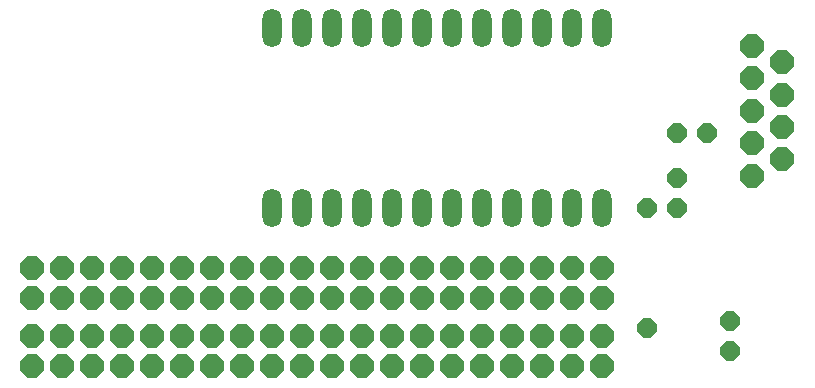
<source format=gbr>
G75*
G70*
%OFA0B0*%
%FSLAX24Y24*%
%IPPOS*%
%LPD*%
%AMOC8*
5,1,8,0,0,1.08239X$1,22.5*
%
%ADD10OC8,0.0640*%
%ADD11OC8,0.0800*%
%ADD12O,0.0640X0.1280*%
D10*
X030901Y005338D03*
X033651Y005588D03*
X033651Y004588D03*
X031901Y009338D03*
X030901Y009338D03*
X031901Y010338D03*
X031901Y011838D03*
X032901Y011838D03*
D11*
X010401Y004088D03*
X011401Y004088D03*
X012401Y004088D03*
X013401Y004088D03*
X014401Y004088D03*
X015401Y004088D03*
X016401Y004088D03*
X017401Y004088D03*
X018401Y004088D03*
X019401Y004088D03*
X020401Y004088D03*
X021401Y004088D03*
X022401Y004088D03*
X023401Y004088D03*
X024401Y004088D03*
X025401Y004088D03*
X026401Y004088D03*
X027401Y004088D03*
X028401Y004088D03*
X029401Y004088D03*
X029401Y005088D03*
X028401Y005088D03*
X027401Y005088D03*
X026401Y005088D03*
X025401Y005088D03*
X024401Y005088D03*
X023401Y005088D03*
X022401Y005088D03*
X021401Y005088D03*
X020401Y005088D03*
X019401Y005088D03*
X018401Y005088D03*
X017401Y005088D03*
X016401Y005088D03*
X015401Y005088D03*
X014401Y005088D03*
X013401Y005088D03*
X012401Y005088D03*
X011401Y005088D03*
X010401Y005088D03*
X010401Y006338D03*
X011401Y006338D03*
X012401Y006338D03*
X013401Y006338D03*
X014401Y006338D03*
X015401Y006338D03*
X016401Y006338D03*
X017401Y006338D03*
X018401Y006338D03*
X019401Y006338D03*
X020401Y006338D03*
X021401Y006338D03*
X022401Y006338D03*
X023401Y006338D03*
X024401Y006338D03*
X025401Y006338D03*
X026401Y006338D03*
X027401Y006338D03*
X028401Y006338D03*
X029401Y006338D03*
X029401Y007338D03*
X028401Y007338D03*
X027401Y007338D03*
X026401Y007338D03*
X025401Y007338D03*
X024401Y007338D03*
X023401Y007338D03*
X022401Y007338D03*
X021401Y007338D03*
X020401Y007338D03*
X019401Y007338D03*
X018401Y007338D03*
X017401Y007338D03*
X016401Y007338D03*
X015401Y007338D03*
X014401Y007338D03*
X013401Y007338D03*
X012401Y007338D03*
X011401Y007338D03*
X010401Y007338D03*
X034401Y010428D03*
X035401Y010968D03*
X034401Y011508D03*
X035401Y012048D03*
X034401Y012588D03*
X035401Y013128D03*
X034401Y013668D03*
X035401Y014208D03*
X034401Y014748D03*
D12*
X029401Y015338D03*
X028401Y015338D03*
X027401Y015338D03*
X026401Y015338D03*
X025401Y015338D03*
X024401Y015338D03*
X023401Y015338D03*
X022401Y015338D03*
X021401Y015338D03*
X020401Y015338D03*
X019401Y015338D03*
X018401Y015338D03*
X018401Y009338D03*
X019401Y009338D03*
X020401Y009338D03*
X021401Y009338D03*
X022401Y009338D03*
X023401Y009338D03*
X024401Y009338D03*
X025401Y009338D03*
X026401Y009338D03*
X027401Y009338D03*
X028401Y009338D03*
X029401Y009338D03*
M02*

</source>
